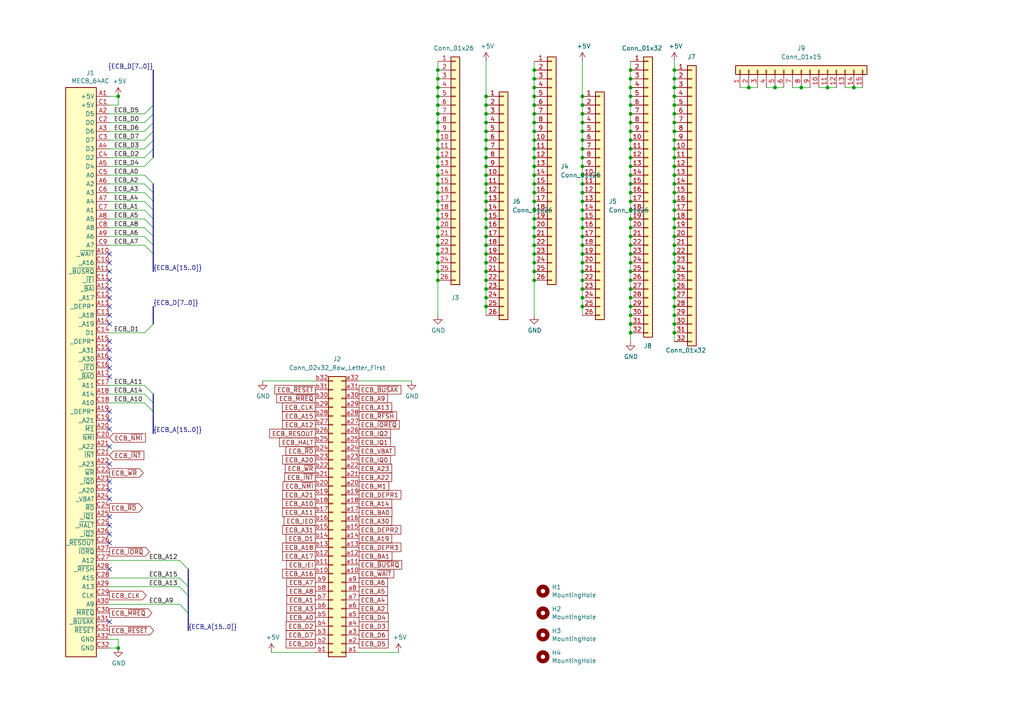
<source format=kicad_sch>
(kicad_sch (version 20230121) (generator eeschema)
  (paper "A4")
  (title_block (title "TLC-PROTO for MECB") (date "2024-03-24") (rev "1.0") (company "TLC Stuff"))
  (lib_symbols
    (symbol "Connector_Generic:Conn_01x15" (pin_names (offset 1.016) hide)
      (property "Reference" "J" (at 0 20.32 0))
      (property "Value" "Conn_01x15" (at 0 -20.32 0))
      (symbol "Conn_01x15_1_1"
        (pin passive line (at -5.08 17.78 0) (length 3.81) (name "Pin_1") (number "1"))
        (pin passive line (at -5.08 -5.08 0) (length 3.81) (name "Pin_10") (number "10"))
        (pin passive line (at -5.08 -7.62 0) (length 3.81) (name "Pin_11") (number "11"))
        (pin passive line (at -5.08 -10.16 0) (length 3.81) (name "Pin_12") (number "12"))
        (pin passive line (at -5.08 -12.7 0) (length 3.81) (name "Pin_13") (number "13"))
        (pin passive line (at -5.08 -15.24 0) (length 3.81) (name "Pin_14") (number "14"))
        (pin passive line (at -5.08 -17.78 0) (length 3.81) (name "Pin_15") (number "15"))
        (pin passive line (at -5.08 15.24 0) (length 3.81) (name "Pin_2") (number "2"))
        (pin passive line (at -5.08 12.7 0) (length 3.81) (name "Pin_3") (number "3"))
        (pin passive line (at -5.08 10.16 0) (length 3.81) (name "Pin_4") (number "4"))
        (pin passive line (at -5.08 7.62 0) (length 3.81) (name "Pin_5") (number "5"))
        (pin passive line (at -5.08 5.08 0) (length 3.81) (name "Pin_6") (number "6"))
        (pin passive line (at -5.08 2.54 0) (length 3.81) (name "Pin_7") (number "7"))
        (pin passive line (at -5.08 0 0) (length 3.81) (name "Pin_8") (number "8"))
        (pin passive line (at -5.08 -2.54 0) (length 3.81) (name "Pin_9") (number "9"))
      )
    )
    (symbol "Connector_Generic:Conn_01x26" (pin_names (offset 1.016) hide)
      (property "Reference" "J" (at 0 33.02 0))
      (property "Value" "Conn_01x26" (at 0 -35.56 0))
      (symbol "Conn_01x26_1_1"
        (pin passive line (at -5.08 30.48 0) (length 3.81) (name "Pin_1") (number "1"))
        (pin passive line (at -5.08 7.62 0) (length 3.81) (name "Pin_10") (number "10"))
        (pin passive line (at -5.08 5.08 0) (length 3.81) (name "Pin_11") (number "11"))
        (pin passive line (at -5.08 2.54 0) (length 3.81) (name "Pin_12") (number "12"))
        (pin passive line (at -5.08 0 0) (length 3.81) (name "Pin_13") (number "13"))
        (pin passive line (at -5.08 -2.54 0) (length 3.81) (name "Pin_14") (number "14"))
        (pin passive line (at -5.08 -5.08 0) (length 3.81) (name "Pin_15") (number "15"))
        (pin passive line (at -5.08 -7.62 0) (length 3.81) (name "Pin_16") (number "16"))
        (pin passive line (at -5.08 -10.16 0) (length 3.81) (name "Pin_17") (number "17"))
        (pin passive line (at -5.08 -12.7 0) (length 3.81) (name "Pin_18") (number "18"))
        (pin passive line (at -5.08 -15.24 0) (length 3.81) (name "Pin_19") (number "19"))
        (pin passive line (at -5.08 27.94 0) (length 3.81) (name "Pin_2") (number "2"))
        (pin passive line (at -5.08 -17.78 0) (length 3.81) (name "Pin_20") (number "20"))
        (pin passive line (at -5.08 -20.32 0) (length 3.81) (name "Pin_21") (number "21"))
        (pin passive line (at -5.08 -22.86 0) (length 3.81) (name "Pin_22") (number "22"))
        (pin passive line (at -5.08 -25.4 0) (length 3.81) (name "Pin_23") (number "23"))
        (pin passive line (at -5.08 -27.94 0) (length 3.81) (name "Pin_24") (number "24"))
        (pin passive line (at -5.08 -30.48 0) (length 3.81) (name "Pin_25") (number "25"))
        (pin passive line (at -5.08 -33.02 0) (length 3.81) (name "Pin_26") (number "26"))
        (pin passive line (at -5.08 25.4 0) (length 3.81) (name "Pin_3") (number "3"))
        (pin passive line (at -5.08 22.86 0) (length 3.81) (name "Pin_4") (number "4"))
        (pin passive line (at -5.08 20.32 0) (length 3.81) (name "Pin_5") (number "5"))
        (pin passive line (at -5.08 17.78 0) (length 3.81) (name "Pin_6") (number "6"))
        (pin passive line (at -5.08 15.24 0) (length 3.81) (name "Pin_7") (number "7"))
        (pin passive line (at -5.08 12.7 0) (length 3.81) (name "Pin_8") (number "8"))
        (pin passive line (at -5.08 10.16 0) (length 3.81) (name "Pin_9") (number "9"))
      )
    )
    (symbol "Connector_Generic:Conn_01x32" (pin_names (offset 1.016) hide)
      (property "Reference" "J" (at 0 40.64 0))
      (property "Value" "Conn_01x32" (at 0 -43.18 0))
      (symbol "Conn_01x32_1_1"
        (pin passive line (at -5.08 38.1 0) (length 3.81) (name "Pin_1") (number "1"))
        (pin passive line (at -5.08 15.24 0) (length 3.81) (name "Pin_10") (number "10"))
        (pin passive line (at -5.08 12.7 0) (length 3.81) (name "Pin_11") (number "11"))
        (pin passive line (at -5.08 10.16 0) (length 3.81) (name "Pin_12") (number "12"))
        (pin passive line (at -5.08 7.62 0) (length 3.81) (name "Pin_13") (number "13"))
        (pin passive line (at -5.08 5.08 0) (length 3.81) (name "Pin_14") (number "14"))
        (pin passive line (at -5.08 2.54 0) (length 3.81) (name "Pin_15") (number "15"))
        (pin passive line (at -5.08 0 0) (length 3.81) (name "Pin_16") (number "16"))
        (pin passive line (at -5.08 -2.54 0) (length 3.81) (name "Pin_17") (number "17"))
        (pin passive line (at -5.08 -5.08 0) (length 3.81) (name "Pin_18") (number "18"))
        (pin passive line (at -5.08 -7.62 0) (length 3.81) (name "Pin_19") (number "19"))
        (pin passive line (at -5.08 35.56 0) (length 3.81) (name "Pin_2") (number "2"))
        (pin passive line (at -5.08 -10.16 0) (length 3.81) (name "Pin_20") (number "20"))
        (pin passive line (at -5.08 -12.7 0) (length 3.81) (name "Pin_21") (number "21"))
        (pin passive line (at -5.08 -15.24 0) (length 3.81) (name "Pin_22") (number "22"))
        (pin passive line (at -5.08 -17.78 0) (length 3.81) (name "Pin_23") (number "23"))
        (pin passive line (at -5.08 -20.32 0) (length 3.81) (name "Pin_24") (number "24"))
        (pin passive line (at -5.08 -22.86 0) (length 3.81) (name "Pin_25") (number "25"))
        (pin passive line (at -5.08 -25.4 0) (length 3.81) (name "Pin_26") (number "26"))
        (pin passive line (at -5.08 -27.94 0) (length 3.81) (name "Pin_27") (number "27"))
        (pin passive line (at -5.08 -30.48 0) (length 3.81) (name "Pin_28") (number "28"))
        (pin passive line (at -5.08 -33.02 0) (length 3.81) (name "Pin_29") (number "29"))
        (pin passive line (at -5.08 33.02 0) (length 3.81) (name "Pin_3") (number "3"))
        (pin passive line (at -5.08 -35.56 0) (length 3.81) (name "Pin_30") (number "30"))
        (pin passive line (at -5.08 -38.1 0) (length 3.81) (name "Pin_31") (number "31"))
        (pin passive line (at -5.08 -40.64 0) (length 3.81) (name "Pin_32") (number "32"))
        (pin passive line (at -5.08 30.48 0) (length 3.81) (name "Pin_4") (number "4"))
        (pin passive line (at -5.08 27.94 0) (length 3.81) (name "Pin_5") (number "5"))
        (pin passive line (at -5.08 25.4 0) (length 3.81) (name "Pin_6") (number "6"))
        (pin passive line (at -5.08 22.86 0) (length 3.81) (name "Pin_7") (number "7"))
        (pin passive line (at -5.08 20.32 0) (length 3.81) (name "Pin_8") (number "8"))
        (pin passive line (at -5.08 17.78 0) (length 3.81) (name "Pin_9") (number "9"))
      )
    )
    (symbol "Connector_Generic:Conn_02x32_Row_Letter_First" (pin_names (offset 1.016) hide)
      (property "Reference" "J" (at 1.27 40.64 0))
      (property "Value" "Conn_02x32_Row_Letter_First" (at 1.27 -43.18 0))
      (symbol "Conn_02x32_Row_Letter_First_1_1"
        (pin passive line (at -5.08 38.1 0) (length 3.81) (name "Pin_a1") (number "a1"))
        (pin passive line (at -5.08 15.24 0) (length 3.81) (name "Pin_a10") (number "a10"))
        (pin passive line (at -5.08 12.7 0) (length 3.81) (name "Pin_a11") (number "a11"))
        (pin passive line (at -5.08 10.16 0) (length 3.81) (name "Pin_a12") (number "a12"))
        (pin passive line (at -5.08 7.62 0) (length 3.81) (name "Pin_a13") (number "a13"))
        (pin passive line (at -5.08 5.08 0) (length 3.81) (name "Pin_a14") (number "a14"))
        (pin passive line (at -5.08 2.54 0) (length 3.81) (name "Pin_a15") (number "a15"))
        (pin passive line (at -5.08 0 0) (length 3.81) (name "Pin_a16") (number "a16"))
        (pin passive line (at -5.08 -2.54 0) (length 3.81) (name "Pin_a17") (number "a17"))
        (pin passive line (at -5.08 -5.08 0) (length 3.81) (name "Pin_a18") (number "a18"))
        (pin passive line (at -5.08 -7.62 0) (length 3.81) (name "Pin_a19") (number "a19"))
        (pin passive line (at -5.08 35.56 0) (length 3.81) (name "Pin_a2") (number "a2"))
        (pin passive line (at -5.08 -10.16 0) (length 3.81) (name "Pin_a20") (number "a20"))
        (pin passive line (at -5.08 -12.7 0) (length 3.81) (name "Pin_a21") (number "a21"))
        (pin passive line (at -5.08 -15.24 0) (length 3.81) (name "Pin_a22") (number "a22"))
        (pin passive line (at -5.08 -17.78 0) (length 3.81) (name "Pin_a23") (number "a23"))
        (pin passive line (at -5.08 -20.32 0) (length 3.81) (name "Pin_a24") (number "a24"))
        (pin passive line (at -5.08 -22.86 0) (length 3.81) (name "Pin_a25") (number "a25"))
        (pin passive line (at -5.08 -25.4 0) (length 3.81) (name "Pin_a26") (number "a26"))
        (pin passive line (at -5.08 -27.94 0) (length 3.81) (name "Pin_a27") (number "a27"))
        (pin passive line (at -5.08 -30.48 0) (length 3.81) (name "Pin_a28") (number "a28"))
        (pin passive line (at -5.08 -33.02 0) (length 3.81) (name "Pin_a29") (number "a29"))
        (pin passive line (at -5.08 33.02 0) (length 3.81) (name "Pin_a3") (number "a3"))
        (pin passive line (at -5.08 -35.56 0) (length 3.81) (name "Pin_a30") (number "a30"))
        (pin passive line (at -5.08 -38.1 0) (length 3.81) (name "Pin_a31") (number "a31"))
        (pin passive line (at -5.08 -40.64 0) (length 3.81) (name "Pin_a32") (number "a32"))
        (pin passive line (at -5.08 30.48 0) (length 3.81) (name "Pin_a4") (number "a4"))
        (pin passive line (at -5.08 27.94 0) (length 3.81) (name "Pin_a5") (number "a5"))
        (pin passive line (at -5.08 25.4 0) (length 3.81) (name "Pin_a6") (number "a6"))
        (pin passive line (at -5.08 22.86 0) (length 3.81) (name "Pin_a7") (number "a7"))
        (pin passive line (at -5.08 20.32 0) (length 3.81) (name "Pin_a8") (number "a8"))
        (pin passive line (at -5.08 17.78 0) (length 3.81) (name "Pin_a9") (number "a9"))
        (pin passive line (at 7.62 38.1 180) (length 3.81) (name "Pin_b1") (number "b1"))
        (pin passive line (at 7.62 15.24 180) (length 3.81) (name "Pin_b10") (number "b10"))
        (pin passive line (at 7.62 12.7 180) (length 3.81) (name "Pin_b11") (number "b11"))
        (pin passive line (at 7.62 10.16 180) (length 3.81) (name "Pin_b12") (number "b12"))
        (pin passive line (at 7.62 7.62 180) (length 3.81) (name "Pin_b13") (number "b13"))
        (pin passive line (at 7.62 5.08 180) (length 3.81) (name "Pin_b14") (number "b14"))
        (pin passive line (at 7.62 2.54 180) (length 3.81) (name "Pin_b15") (number "b15"))
        (pin passive line (at 7.62 0 180) (length 3.81) (name "Pin_b16") (number "b16"))
        (pin passive line (at 7.62 -2.54 180) (length 3.81) (name "Pin_b17") (number "b17"))
        (pin passive line (at 7.62 -5.08 180) (length 3.81) (name "Pin_b18") (number "b18"))
        (pin passive line (at 7.62 -7.62 180) (length 3.81) (name "Pin_b19") (number "b19"))
        (pin passive line (at 7.62 35.56 180) (length 3.81) (name "Pin_b2") (number "b2"))
        (pin passive line (at 7.62 -10.16 180) (length 3.81) (name "Pin_b20") (number "b20"))
        (pin passive line (at 7.62 -12.7 180) (length 3.81) (name "Pin_b21") (number "b21"))
        (pin passive line (at 7.62 -15.24 180) (length 3.81) (name "Pin_b22") (number "b22"))
        (pin passive line (at 7.62 -17.78 180) (length 3.81) (name "Pin_b23") (number "b23"))
        (pin passive line (at 7.62 -20.32 180) (length 3.81) (name "Pin_b24") (number "b24"))
        (pin passive line (at 7.62 -22.86 180) (length 3.81) (name "Pin_b25") (number "b25"))
        (pin passive line (at 7.62 -25.4 180) (length 3.81) (name "Pin_b26") (number "b26"))
        (pin passive line (at 7.62 -27.94 180) (length 3.81) (name "Pin_b27") (number "b27"))
        (pin passive line (at 7.62 -30.48 180) (length 3.81) (name "Pin_b28") (number "b28"))
        (pin passive line (at 7.62 -33.02 180) (length 3.81) (name "Pin_b29") (number "b29"))
        (pin passive line (at 7.62 33.02 180) (length 3.81) (name "Pin_b3") (number "b3"))
        (pin passive line (at 7.62 -35.56 180) (length 3.81) (name "Pin_b30") (number "b30"))
        (pin passive line (at 7.62 -38.1 180) (length 3.81) (name "Pin_b31") (number "b31"))
        (pin passive line (at 7.62 -40.64 180) (length 3.81) (name "Pin_b32") (number "b32"))
        (pin passive line (at 7.62 30.48 180) (length 3.81) (name "Pin_b4") (number "b4"))
        (pin passive line (at 7.62 27.94 180) (length 3.81) (name "Pin_b5") (number "b5"))
        (pin passive line (at 7.62 25.4 180) (length 3.81) (name "Pin_b6") (number "b6"))
        (pin passive line (at 7.62 22.86 180) (length 3.81) (name "Pin_b7") (number "b7"))
        (pin passive line (at 7.62 20.32 180) (length 3.81) (name "Pin_b8") (number "b8"))
        (pin passive line (at 7.62 17.78 180) (length 3.81) (name "Pin_b9") (number "b9"))
      )
    )
    (symbol "Mechanical:MountingHole" (pin_names (offset 1.016))
      (property "Reference" "H" (at 0 5.08 0))
      (property "Value" "MountingHole" (at 0 3.175 0))
    )
    (symbol "MyCustomSymbolLibrary:MECB_64AC"
      (property "Reference" "J" (at 0 85.09 0))
      (property "Value" "MECB_64AC" (at 6.35 1.27 90))
      (symbol "MECB_64AC_1_1"
        (pin power_out line (at -7.62 81.28 0) (length 3.81) (name "+5V") (number "A1"))
        (pin passive line (at -7.62 35.56 0) (length 3.81) (name "_~{WAIT}") (number "A10"))
        (pin passive line (at -7.62 30.48 0) (length 3.81) (name "_~{BUSRQ}") (number "A11"))
        (pin passive line (at -7.62 25.4 0) (length 3.81) (name "_~{BAI}") (number "A12"))
        (pin passive line (at -7.62 20.32 0) (length 3.81) (name "_DEPR*") (number "A13"))
        (pin passive line (at -7.62 15.24 0) (length 3.81) (name "_A19") (number "A14"))
        (pin passive line (at -7.62 10.16 0) (length 3.81) (name "_DEPR*") (number "A15"))
        (pin passive line (at -7.62 5.08 0) (length 3.81) (name "_A30") (number "A16"))
        (pin passive line (at -7.62 0 0) (length 3.81) (name "_~{BAO}") (number "A17"))
        (pin passive line (at -7.62 -5.08 0) (length 3.81) (name "A14") (number "A18"))
        (pin passive line (at -7.62 -10.16 0) (length 3.81) (name "_DEPR*") (number "A19"))
        (pin bidirectional line (at -7.62 76.2 0) (length 3.81) (name "D5") (number "A2"))
        (pin passive line (at -7.62 -15.24 0) (length 3.81) (name "~{M1}") (number "A20"))
        (pin passive line (at -7.62 -20.32 0) (length 3.81) (name "_A22") (number "A21"))
        (pin passive line (at -7.62 -25.4 0) (length 3.81) (name "_A23") (number "A22"))
        (pin passive line (at -7.62 -30.48 0) (length 3.81) (name "_~{IQ0}") (number "A23"))
        (pin passive line (at -7.62 -35.56 0) (length 3.81) (name "_VBAT") (number "A24"))
        (pin passive line (at -7.62 -40.64 0) (length 3.81) (name "_~{IQ1}") (number "A25"))
        (pin passive line (at -7.62 -45.72 0) (length 3.81) (name "_~{IQ2}") (number "A26"))
        (pin passive line (at -7.62 -50.8 0) (length 3.81) (name "~{IORQ}") (number "A27"))
        (pin passive line (at -7.62 -55.88 0) (length 3.81) (name "_~{RFSH}") (number "A28"))
        (pin passive line (at -7.62 -60.96 0) (length 3.81) (name "A13") (number "A29"))
        (pin bidirectional line (at -7.62 71.12 0) (length 3.81) (name "D6") (number "A3"))
        (pin passive line (at -7.62 -66.04 0) (length 3.81) (name "A9") (number "A30"))
        (pin passive line (at -7.62 -71.12 0) (length 3.81) (name "_~{BUSAK}") (number "A31"))
        (pin power_out line (at -7.62 -76.2 0) (length 3.81) (name "GND") (number "A32"))
        (pin bidirectional line (at -7.62 66.04 0) (length 3.81) (name "D3") (number "A4"))
        (pin bidirectional line (at -7.62 60.96 0) (length 3.81) (name "D4") (number "A5"))
        (pin passive line (at -7.62 55.88 0) (length 3.81) (name "A2") (number "A6"))
        (pin passive line (at -7.62 50.8 0) (length 3.81) (name "A4") (number "A7"))
        (pin passive line (at -7.62 45.72 0) (length 3.81) (name "A5") (number "A8"))
        (pin passive line (at -7.62 40.64 0) (length 3.81) (name "A6") (number "A9"))
        (pin power_out line (at -7.62 78.74 0) (length 3.81) (name "+5V") (number "C1"))
        (pin passive line (at -7.62 33.02 0) (length 3.81) (name "_A16") (number "C10"))
        (pin passive line (at -7.62 27.94 0) (length 3.81) (name "_~{IEI}") (number "C11"))
        (pin passive line (at -7.62 22.86 0) (length 3.81) (name "_A17") (number "C12"))
        (pin passive line (at -7.62 17.78 0) (length 3.81) (name "_A18") (number "C13"))
        (pin bidirectional line (at -7.62 12.7 0) (length 3.81) (name "D1") (number "C14"))
        (pin passive line (at -7.62 7.62 0) (length 3.81) (name "_A31") (number "C15"))
        (pin passive line (at -7.62 2.54 0) (length 3.81) (name "_~{IEO}") (number "C16"))
        (pin passive line (at -7.62 -2.54 0) (length 3.81) (name "A11") (number "C17"))
        (pin passive line (at -7.62 -7.62 0) (length 3.81) (name "A10") (number "C18"))
        (pin passive line (at -7.62 -12.7 0) (length 3.81) (name "_A21") (number "C19"))
        (pin bidirectional line (at -7.62 73.66 0) (length 3.81) (name "D0") (number "C2"))
        (pin passive line (at -7.62 -17.78 0) (length 3.81) (name "~{NMI}") (number "C20"))
        (pin passive line (at -7.62 -22.86 0) (length 3.81) (name "~{INT}") (number "C21"))
        (pin passive line (at -7.62 -27.94 0) (length 3.81) (name "~{WR}") (number "C22"))
        (pin passive line (at -7.62 -33.02 0) (length 3.81) (name "_A20") (number "C23"))
        (pin passive line (at -7.62 -38.1 0) (length 3.81) (name "~{RD}") (number "C24"))
        (pin passive line (at -7.62 -43.18 0) (length 3.81) (name "_~{HALT}") (number "C25"))
        (pin passive line (at -7.62 -48.26 0) (length 3.81) (name "_~{RESOUT}") (number "C26"))
        (pin passive line (at -7.62 -53.34 0) (length 3.81) (name "A12") (number "C27"))
        (pin passive line (at -7.62 -58.42 0) (length 3.81) (name "A15") (number "C28"))
        (pin passive line (at -7.62 -63.5 0) (length 3.81) (name "CLK") (number "C29"))
        (pin bidirectional line (at -7.62 68.58 0) (length 3.81) (name "D7") (number "C3"))
        (pin passive line (at -7.62 -68.58 0) (length 3.81) (name "~{MREQ}") (number "C30"))
        (pin passive line (at -7.62 -73.66 0) (length 3.81) (name "~{RESET}") (number "C31"))
        (pin power_out line (at -7.62 -78.74 0) (length 3.81) (name "GND") (number "C32"))
        (pin bidirectional line (at -7.62 63.5 0) (length 3.81) (name "D2") (number "C4"))
        (pin passive line (at -7.62 58.42 0) (length 3.81) (name "A0") (number "C5"))
        (pin passive line (at -7.62 53.34 0) (length 3.81) (name "A3") (number "C6"))
        (pin passive line (at -7.62 48.26 0) (length 3.81) (name "A1") (number "C7"))
        (pin passive line (at -7.62 43.18 0) (length 3.81) (name "A8") (number "C8"))
        (pin passive line (at -7.62 38.1 0) (length 3.81) (name "A7") (number "C9"))
      )
    )
    (symbol "power:+5V" (power) (pin_names (offset 0))
      (property "Value" "+5V" (at 0 3.556 0))
      (symbol "+5V_1_1"
        (pin power_in line (at 0 0 90) (length 0) hide (name "+5V") (number "1"))
      )
    )
    (symbol "power:GND" (power) (pin_names (offset 0))
      (property "Value" "GND" (at 0 -3.81 0))
      (symbol "GND_1_1"
        (pin power_in line (at 0 0 270) (length 0) hide (name "GND") (number "1"))
      )
    )
  )
  (junction (at 195.58 76.2))
  (junction (at 127 76.2))
  (junction (at 224.79 25.4))
  (junction (at 127 68.58))
  (junction (at 168.91 45.72))
  (junction (at 182.88 96.52))
  (junction (at 182.88 25.4))
  (junction (at 154.94 43.18))
  (junction (at 168.91 30.48))
  (junction (at 140.97 50.8))
  (junction (at 154.94 20.32))
  (junction (at 140.97 43.18))
  (junction (at 168.91 38.1))
  (junction (at 195.58 33.02))
  (junction (at 182.88 43.18))
  (junction (at 154.94 45.72))
  (junction (at 127 20.32))
  (junction (at 195.58 25.4))
  (junction (at 182.88 20.32))
  (junction (at 154.94 71.12))
  (junction (at 195.58 88.9))
  (junction (at 195.58 22.86))
  (junction (at 182.88 35.56))
  (junction (at 182.88 91.44))
  (junction (at 168.91 40.64))
  (junction (at 154.94 58.42))
  (junction (at 182.88 22.86))
  (junction (at 195.58 55.88))
  (junction (at 140.97 60.96))
  (junction (at 127 53.34))
  (junction (at 154.94 76.2))
  (junction (at 168.91 43.18))
  (junction (at 182.88 86.36))
  (junction (at 140.97 88.9))
  (junction (at 154.94 63.5))
  (junction (at 247.65 25.4))
  (junction (at 154.94 81.28))
  (junction (at 182.88 71.12))
  (junction (at 182.88 66.04))
  (junction (at 168.91 27.94))
  (junction (at 195.58 50.8))
  (junction (at 154.94 27.94))
  (junction (at 195.58 58.42))
  (junction (at 34.29 187.96))
  (junction (at 127 55.88))
  (junction (at 127 35.56))
  (junction (at 140.97 83.82))
  (junction (at 127 30.48))
  (junction (at 154.94 50.8))
  (junction (at 168.91 78.74))
  (junction (at 195.58 86.36))
  (junction (at 195.58 30.48))
  (junction (at 168.91 68.58))
  (junction (at 127 58.42))
  (junction (at 168.91 73.66))
  (junction (at 140.97 68.58))
  (junction (at 154.94 38.1))
  (junction (at 127 48.26))
  (junction (at 195.58 35.56))
  (junction (at 127 71.12))
  (junction (at 195.58 71.12))
  (junction (at 168.91 50.8))
  (junction (at 140.97 48.26))
  (junction (at 182.88 63.5))
  (junction (at 182.88 48.26))
  (junction (at 140.97 76.2))
  (junction (at 182.88 60.96))
  (junction (at 154.94 25.4))
  (junction (at 168.91 48.26))
  (junction (at 168.91 55.88))
  (junction (at 154.94 55.88))
  (junction (at 195.58 38.1))
  (junction (at 140.97 73.66))
  (junction (at 195.58 53.34))
  (junction (at 168.91 86.36))
  (junction (at 182.88 38.1))
  (junction (at 154.94 35.56))
  (junction (at 195.58 81.28))
  (junction (at 168.91 71.12))
  (junction (at 127 45.72))
  (junction (at 195.58 45.72))
  (junction (at 140.97 35.56))
  (junction (at 140.97 58.42))
  (junction (at 182.88 78.74))
  (junction (at 195.58 73.66))
  (junction (at 140.97 71.12))
  (junction (at 168.91 81.28))
  (junction (at 168.91 63.5))
  (junction (at 182.88 27.94))
  (junction (at 168.91 88.9))
  (junction (at 195.58 43.18))
  (junction (at 195.58 78.74))
  (junction (at 195.58 66.04))
  (junction (at 140.97 86.36))
  (junction (at 154.94 60.96))
  (junction (at 182.88 83.82))
  (junction (at 154.94 73.66))
  (junction (at 127 60.96))
  (junction (at 195.58 60.96))
  (junction (at 140.97 81.28))
  (junction (at 168.91 83.82))
  (junction (at 195.58 91.44))
  (junction (at 140.97 30.48))
  (junction (at 140.97 40.64))
  (junction (at 182.88 88.9))
  (junction (at 140.97 38.1))
  (junction (at 140.97 63.5))
  (junction (at 182.88 45.72))
  (junction (at 195.58 96.52))
  (junction (at 154.94 40.64))
  (junction (at 168.91 53.34))
  (junction (at 168.91 76.2))
  (junction (at 154.94 53.34))
  (junction (at 127 38.1))
  (junction (at 182.88 30.48))
  (junction (at 195.58 68.58))
  (junction (at 127 50.8))
  (junction (at 195.58 48.26))
  (junction (at 140.97 27.94))
  (junction (at 182.88 76.2))
  (junction (at 182.88 53.34))
  (junction (at 127 73.66))
  (junction (at 127 81.28))
  (junction (at 182.88 68.58))
  (junction (at 195.58 40.64))
  (junction (at 182.88 55.88))
  (junction (at 240.03 25.4))
  (junction (at 127 63.5))
  (junction (at 182.88 50.8))
  (junction (at 140.97 55.88))
  (junction (at 140.97 66.04))
  (junction (at 182.88 40.64))
  (junction (at 168.91 33.02))
  (junction (at 182.88 93.98))
  (junction (at 168.91 60.96))
  (junction (at 168.91 66.04))
  (junction (at 217.17 25.4))
  (junction (at 168.91 58.42))
  (junction (at 140.97 78.74))
  (junction (at 154.94 78.74))
  (junction (at 127 43.18))
  (junction (at 195.58 93.98))
  (junction (at 182.88 33.02))
  (junction (at 127 40.64))
  (junction (at 154.94 48.26))
  (junction (at 154.94 68.58))
  (junction (at 182.88 73.66))
  (junction (at 195.58 63.5))
  (junction (at 140.97 33.02))
  (junction (at 127 66.04))
  (junction (at 195.58 20.32))
  (junction (at 195.58 27.94))
  (junction (at 127 25.4))
  (junction (at 232.41 25.4))
  (junction (at 127 22.86))
  (junction (at 154.94 22.86))
  (junction (at 140.97 45.72))
  (junction (at 154.94 66.04))
  (junction (at 34.29 27.94))
  (junction (at 195.58 83.82))
  (junction (at 182.88 58.42))
  (junction (at 127 27.94))
  (junction (at 182.88 81.28))
  (junction (at 140.97 53.34))
  (junction (at 154.94 33.02))
  (junction (at 127 78.74))
  (junction (at 127 33.02))
  (junction (at 154.94 30.48))
  (junction (at 168.91 35.56))
  (no_connect (at 31.75 93.98))
  (no_connect (at 31.75 78.74))
  (no_connect (at 31.75 88.9))
  (no_connect (at 31.75 165.1))
  (no_connect (at 31.75 180.34))
  (no_connect (at 31.75 73.66))
  (no_connect (at 31.75 86.36))
  (no_connect (at 31.75 139.7))
  (no_connect (at 31.75 124.46))
  (no_connect (at 31.75 83.82))
  (no_connect (at 31.75 134.62))
  (no_connect (at 31.75 152.4))
  (no_connect (at 31.75 76.2))
  (no_connect (at 31.75 109.22))
  (no_connect (at 31.75 101.6))
  (no_connect (at 31.75 121.92))
  (no_connect (at 31.75 154.94))
  (no_connect (at 31.75 149.86))
  (no_connect (at 31.75 104.14))
  (no_connect (at 31.75 157.48))
  (no_connect (at 31.75 91.44))
  (no_connect (at 31.75 106.68))
  (no_connect (at 31.75 119.38))
  (no_connect (at 31.75 144.78))
  (no_connect (at 31.75 142.24))
  (no_connect (at 31.75 99.06))
  (no_connect (at 31.75 81.28))
  (no_connect (at 31.75 129.54))
  (bus_entry (at 44.45 53.34) (size -2.54 -2.54))
  (bus_entry (at 52.07 175.26) (size 2.54 2.54))
  (bus_entry (at 52.07 170.18) (size 2.54 2.54))
  (bus_entry (at 52.07 162.56) (size 2.54 2.54))
  (bus_entry (at 41.91 43.18) (size 2.54 -2.54))
  (bus_entry (at 41.91 38.1) (size 2.54 -2.54))
  (bus_entry (at 44.45 55.88) (size -2.54 -2.54))
  (bus_entry (at 44.45 63.5) (size -2.54 -2.54))
  (bus_entry (at 52.07 167.64) (size 2.54 2.54))
  (bus_entry (at 44.45 68.58) (size -2.54 -2.54))
  (bus_entry (at 41.91 48.26) (size 2.54 -2.54))
  (bus_entry (at 41.91 33.02) (size 2.54 -2.54))
  (bus_entry (at 41.91 116.84) (size 2.54 2.54))
  (bus_entry (at 41.91 111.76) (size 2.54 2.54))
  (bus_entry (at 41.91 96.52) (size 2.54 -2.54))
  (bus_entry (at 44.45 73.66) (size -2.54 -2.54))
  (bus_entry (at 41.91 45.72) (size 2.54 -2.54))
  (bus_entry (at 44.45 66.04) (size -2.54 -2.54))
  (bus_entry (at 41.91 35.56) (size 2.54 -2.54))
  (bus_entry (at 41.91 114.3) (size 2.54 2.54))
  (bus_entry (at 44.45 71.12) (size -2.54 -2.54))
  (bus_entry (at 41.91 40.64) (size 2.54 -2.54))
  (bus_entry (at 44.45 58.42) (size -2.54 -2.54))
  (bus_entry (at 44.45 60.96) (size -2.54 -2.54))
  (wire (pts (xy 182.88 22.86) (xy 182.88 25.4)))
  (wire (pts (xy 168.91 35.56) (xy 168.91 38.1)))
  (wire (pts (xy 168.91 17.78) (xy 168.91 27.94)))
  (wire (pts (xy 31.75 40.64) (xy 41.91 40.64)))
  (wire (pts (xy 182.88 96.52) (xy 182.88 99.06)))
  (wire (pts (xy 127 81.28) (xy 127 91.44)))
  (wire (pts (xy 154.94 55.88) (xy 154.94 58.42)))
  (wire (pts (xy 168.91 58.42) (xy 168.91 60.96)))
  (bus (pts (xy 44.45 20.32) (xy 44.45 30.48)))
  (wire (pts (xy 182.88 27.94) (xy 182.88 30.48)))
  (wire (pts (xy 127 55.88) (xy 127 58.42)))
  (wire (pts (xy 31.75 63.5) (xy 41.91 63.5)))
  (wire (pts (xy 140.97 55.88) (xy 140.97 58.42)))
  (bus (pts (xy 54.61 170.18) (xy 54.61 172.72)))
  (wire (pts (xy 154.94 35.56) (xy 154.94 38.1)))
  (wire (pts (xy 182.88 45.72) (xy 182.88 48.26)))
  (wire (pts (xy 168.91 27.94) (xy 168.91 30.48)))
  (wire (pts (xy 140.97 76.2) (xy 140.97 78.74)))
  (bus (pts (xy 44.45 66.04) (xy 44.45 68.58)))
  (wire (pts (xy 31.75 71.12) (xy 41.91 71.12)))
  (wire (pts (xy 195.58 60.96) (xy 195.58 63.5)))
  (wire (pts (xy 195.58 45.72) (xy 195.58 48.26)))
  (wire (pts (xy 195.58 91.44) (xy 195.58 93.98)))
  (bus (pts (xy 44.45 53.34) (xy 44.45 55.88)))
  (wire (pts (xy 31.75 185.42) (xy 34.29 185.42)))
  (wire (pts (xy 154.94 71.12) (xy 154.94 73.66)))
  (wire (pts (xy 182.88 93.98) (xy 182.88 96.52)))
  (wire (pts (xy 195.58 55.88) (xy 195.58 58.42)))
  (wire (pts (xy 195.58 27.94) (xy 195.58 30.48)))
  (wire (pts (xy 127 60.96) (xy 127 63.5)))
  (wire (pts (xy 140.97 66.04) (xy 140.97 68.58)))
  (wire (pts (xy 195.58 68.58) (xy 195.58 71.12)))
  (wire (pts (xy 127 17.78) (xy 127 20.32)))
  (wire (pts (xy 31.75 116.84) (xy 41.91 116.84)))
  (wire (pts (xy 31.75 53.34) (xy 41.91 53.34)))
  (wire (pts (xy 154.94 73.66) (xy 154.94 76.2)))
  (wire (pts (xy 140.97 63.5) (xy 140.97 66.04)))
  (wire (pts (xy 127 78.74) (xy 127 81.28)))
  (wire (pts (xy 182.88 81.28) (xy 182.88 83.82)))
  (wire (pts (xy 31.75 45.72) (xy 41.91 45.72)))
  (wire (pts (xy 140.97 38.1) (xy 140.97 40.64)))
  (wire (pts (xy 140.97 81.28) (xy 140.97 83.82)))
  (wire (pts (xy 127 76.2) (xy 127 78.74)))
  (wire (pts (xy 182.88 17.78) (xy 182.88 20.32)))
  (wire (pts (xy 195.58 58.42) (xy 195.58 60.96)))
  (wire (pts (xy 168.91 50.8) (xy 168.91 53.34)))
  (wire (pts (xy 195.58 78.74) (xy 195.58 81.28)))
  (wire (pts (xy 154.94 63.5) (xy 154.94 66.04)))
  (wire (pts (xy 168.91 45.72) (xy 168.91 48.26)))
  (wire (pts (xy 154.94 48.26) (xy 154.94 50.8)))
  (wire (pts (xy 195.58 20.32) (xy 195.58 22.86)))
  (wire (pts (xy 168.91 40.64) (xy 168.91 43.18)))
  (wire (pts (xy 31.75 38.1) (xy 41.91 38.1)))
  (wire (pts (xy 104.14 110.49) (xy 119.38 110.49)))
  (wire (pts (xy 31.75 162.56) (xy 52.07 162.56)))
  (wire (pts (xy 31.75 48.26) (xy 41.91 48.26)))
  (wire (pts (xy 31.75 50.8) (xy 41.91 50.8)))
  (bus (pts (xy 44.45 88.9) (xy 44.45 93.98)))
  (wire (pts (xy 154.94 33.02) (xy 154.94 35.56)))
  (wire (pts (xy 195.58 53.34) (xy 195.58 55.88)))
  (wire (pts (xy 127 30.48) (xy 127 33.02)))
  (wire (pts (xy 168.91 55.88) (xy 168.91 58.42)))
  (wire (pts (xy 168.91 88.9) (xy 168.91 91.44)))
  (bus (pts (xy 44.45 43.18) (xy 44.45 45.72)))
  (wire (pts (xy 229.87 25.4) (xy 232.41 25.4)))
  (wire (pts (xy 168.91 78.74) (xy 168.91 81.28)))
  (wire (pts (xy 127 71.12) (xy 127 73.66)))
  (wire (pts (xy 76.2 110.49) (xy 91.44 110.49)))
  (wire (pts (xy 154.94 66.04) (xy 154.94 68.58)))
  (wire (pts (xy 195.58 30.48) (xy 195.58 33.02)))
  (wire (pts (xy 31.75 33.02) (xy 41.91 33.02)))
  (wire (pts (xy 31.75 43.18) (xy 41.91 43.18)))
  (wire (pts (xy 31.75 60.96) (xy 41.91 60.96)))
  (wire (pts (xy 31.75 58.42) (xy 41.91 58.42)))
  (bus (pts (xy 54.61 172.72) (xy 54.61 177.8)))
  (wire (pts (xy 31.75 167.64) (xy 52.07 167.64)))
  (bus (pts (xy 44.45 55.88) (xy 44.45 58.42)))
  (wire (pts (xy 168.91 38.1) (xy 168.91 40.64)))
  (wire (pts (xy 140.97 58.42) (xy 140.97 60.96)))
  (wire (pts (xy 168.91 76.2) (xy 168.91 78.74)))
  (wire (pts (xy 154.94 27.94) (xy 154.94 30.48)))
  (bus (pts (xy 44.45 68.58) (xy 44.45 71.12)))
  (wire (pts (xy 140.97 33.02) (xy 140.97 35.56)))
  (wire (pts (xy 31.75 55.88) (xy 41.91 55.88)))
  (wire (pts (xy 31.75 111.76) (xy 41.91 111.76)))
  (wire (pts (xy 168.91 66.04) (xy 168.91 68.58)))
  (wire (pts (xy 195.58 96.52) (xy 195.58 99.06)))
  (wire (pts (xy 195.58 35.56) (xy 195.58 38.1)))
  (wire (pts (xy 140.97 71.12) (xy 140.97 73.66)))
  (wire (pts (xy 31.75 114.3) (xy 41.91 114.3)))
  (wire (pts (xy 168.91 60.96) (xy 168.91 63.5)))
  (wire (pts (xy 140.97 83.82) (xy 140.97 86.36)))
  (wire (pts (xy 182.88 58.42) (xy 182.88 60.96)))
  (wire (pts (xy 182.88 55.88) (xy 182.88 58.42)))
  (wire (pts (xy 154.94 53.34) (xy 154.94 55.88)))
  (wire (pts (xy 127 35.56) (xy 127 38.1)))
  (wire (pts (xy 31.75 68.58) (xy 41.91 68.58)))
  (wire (pts (xy 154.94 17.78) (xy 154.94 20.32)))
  (wire (pts (xy 154.94 76.2) (xy 154.94 78.74)))
  (wire (pts (xy 140.97 68.58) (xy 140.97 71.12)))
  (wire (pts (xy 182.88 86.36) (xy 182.88 88.9)))
  (wire (pts (xy 195.58 71.12) (xy 195.58 73.66)))
  (wire (pts (xy 140.97 48.26) (xy 140.97 50.8)))
  (wire (pts (xy 222.25 25.4) (xy 224.79 25.4)))
  (wire (pts (xy 168.91 53.34) (xy 168.91 55.88)))
  (wire (pts (xy 195.58 38.1) (xy 195.58 40.64)))
  (wire (pts (xy 104.14 189.23) (xy 115.57 189.23)))
  (wire (pts (xy 127 50.8) (xy 127 53.34)))
  (wire (pts (xy 182.88 43.18) (xy 182.88 45.72)))
  (wire (pts (xy 195.58 83.82) (xy 195.58 86.36)))
  (bus (pts (xy 44.45 71.12) (xy 44.45 73.66)))
  (wire (pts (xy 224.79 25.4) (xy 227.33 25.4)))
  (wire (pts (xy 168.91 63.5) (xy 168.91 66.04)))
  (wire (pts (xy 154.94 58.42) (xy 154.94 60.96)))
  (bus (pts (xy 44.45 116.84) (xy 44.45 119.38)))
  (wire (pts (xy 182.88 25.4) (xy 182.88 27.94)))
  (wire (pts (xy 140.97 78.74) (xy 140.97 81.28)))
  (wire (pts (xy 31.75 35.56) (xy 41.91 35.56)))
  (bus (pts (xy 54.61 165.1) (xy 54.61 170.18)))
  (wire (pts (xy 127 27.94) (xy 127 30.48)))
  (wire (pts (xy 140.97 27.94) (xy 140.97 30.48)))
  (wire (pts (xy 154.94 78.74) (xy 154.94 81.28)))
  (wire (pts (xy 195.58 66.04) (xy 195.58 68.58)))
  (wire (pts (xy 127 53.34) (xy 127 55.88)))
  (wire (pts (xy 168.91 83.82) (xy 168.91 86.36)))
  (wire (pts (xy 127 20.32) (xy 127 22.86)))
  (wire (pts (xy 154.94 81.28) (xy 154.94 91.44)))
  (wire (pts (xy 195.58 81.28) (xy 195.58 83.82)))
  (wire (pts (xy 31.75 96.52) (xy 41.91 96.52)))
  (wire (pts (xy 182.88 20.32) (xy 182.88 22.86)))
  (bus (pts (xy 54.61 177.8) (xy 54.61 182.88)))
  (wire (pts (xy 154.94 40.64) (xy 154.94 43.18)))
  (wire (pts (xy 182.88 48.26) (xy 182.88 50.8)))
  (wire (pts (xy 127 33.02) (xy 127 35.56)))
  (wire (pts (xy 168.91 71.12) (xy 168.91 73.66)))
  (bus (pts (xy 44.45 38.1) (xy 44.45 40.64)))
  (bus (pts (xy 44.45 40.64) (xy 44.45 43.18)))
  (wire (pts (xy 182.88 40.64) (xy 182.88 43.18)))
  (wire (pts (xy 127 68.58) (xy 127 71.12)))
  (wire (pts (xy 182.88 66.04) (xy 182.88 68.58)))
  (wire (pts (xy 140.97 30.48) (xy 140.97 33.02)))
  (wire (pts (xy 168.91 33.02) (xy 168.91 35.56)))
  (wire (pts (xy 195.58 33.02) (xy 195.58 35.56)))
  (wire (pts (xy 34.29 30.48) (xy 34.29 27.94)))
  (wire (pts (xy 182.88 78.74) (xy 182.88 81.28)))
  (wire (pts (xy 31.75 30.48) (xy 34.29 30.48)))
  (wire (pts (xy 168.91 73.66) (xy 168.91 76.2)))
  (wire (pts (xy 31.75 170.18) (xy 52.07 170.18)))
  (wire (pts (xy 140.97 86.36) (xy 140.97 88.9)))
  (wire (pts (xy 182.88 30.48) (xy 182.88 33.02)))
  (wire (pts (xy 127 22.86) (xy 127 25.4)))
  (wire (pts (xy 140.97 17.78) (xy 140.97 27.94)))
  (wire (pts (xy 195.58 73.66) (xy 195.58 76.2)))
  (wire (pts (xy 154.94 60.96) (xy 154.94 63.5)))
  (wire (pts (xy 154.94 30.48) (xy 154.94 33.02)))
  (wire (pts (xy 182.88 60.96) (xy 182.88 63.5)))
  (wire (pts (xy 182.88 76.2) (xy 182.88 78.74)))
  (wire (pts (xy 217.17 25.4) (xy 219.71 25.4)))
  (wire (pts (xy 127 38.1) (xy 127 40.64)))
  (wire (pts (xy 127 25.4) (xy 127 27.94)))
  (wire (pts (xy 195.58 40.64) (xy 195.58 43.18)))
  (bus (pts (xy 44.45 119.38) (xy 44.45 125.73)))
  (wire (pts (xy 127 45.72) (xy 127 48.26)))
  (wire (pts (xy 127 48.26) (xy 127 50.8)))
  (wire (pts (xy 34.29 185.42) (xy 34.29 187.96)))
  (wire (pts (xy 247.65 25.4) (xy 250.19 25.4)))
  (wire (pts (xy 154.94 25.4) (xy 154.94 27.94)))
  (wire (pts (xy 182.88 83.82) (xy 182.88 86.36)))
  (wire (pts (xy 127 63.5) (xy 127 66.04)))
  (wire (pts (xy 140.97 40.64) (xy 140.97 43.18)))
  (wire (pts (xy 154.94 20.32) (xy 154.94 22.86)))
  (wire (pts (xy 127 66.04) (xy 127 68.58)))
  (wire (pts (xy 168.91 30.48) (xy 168.91 33.02)))
  (wire (pts (xy 182.88 63.5) (xy 182.88 66.04)))
  (wire (pts (xy 140.97 35.56) (xy 140.97 38.1)))
  (wire (pts (xy 168.91 81.28) (xy 168.91 83.82)))
  (wire (pts (xy 127 73.66) (xy 127 76.2)))
  (wire (pts (xy 182.88 88.9) (xy 182.88 91.44)))
  (wire (pts (xy 31.75 187.96) (xy 34.29 187.96)))
  (wire (pts (xy 195.58 50.8) (xy 195.58 53.34)))
  (bus (pts (xy 44.45 73.66) (xy 44.45 78.74)))
  (wire (pts (xy 140.97 60.96) (xy 140.97 63.5)))
  (wire (pts (xy 182.88 71.12) (xy 182.88 73.66)))
  (wire (pts (xy 154.94 45.72) (xy 154.94 48.26)))
  (bus (pts (xy 44.45 33.02) (xy 44.45 35.56)))
  (wire (pts (xy 195.58 63.5) (xy 195.58 66.04)))
  (wire (pts (xy 195.58 43.18) (xy 195.58 45.72)))
  (wire (pts (xy 140.97 50.8) (xy 140.97 53.34)))
  (wire (pts (xy 140.97 43.18) (xy 140.97 45.72)))
  (wire (pts (xy 168.91 48.26) (xy 168.91 50.8)))
  (wire (pts (xy 154.94 38.1) (xy 154.94 40.64)))
  (wire (pts (xy 195.58 86.36) (xy 195.58 88.9)))
  (wire (pts (xy 195.58 22.86) (xy 195.58 25.4)))
  (wire (pts (xy 182.88 53.34) (xy 182.88 55.88)))
  (wire (pts (xy 168.91 43.18) (xy 168.91 45.72)))
  (wire (pts (xy 195.58 25.4) (xy 195.58 27.94)))
  (bus (pts (xy 44.45 58.42) (xy 44.45 60.96)))
  (wire (pts (xy 154.94 22.86) (xy 154.94 25.4)))
  (wire (pts (xy 182.88 35.56) (xy 182.88 38.1)))
  (wire (pts (xy 140.97 73.66) (xy 140.97 76.2)))
  (wire (pts (xy 214.63 25.4) (xy 217.17 25.4)))
  (wire (pts (xy 240.03 25.4) (xy 242.57 25.4)))
  (wire (pts (xy 154.94 68.58) (xy 154.94 71.12)))
  (wire (pts (xy 195.58 17.78) (xy 195.58 20.32)))
  (wire (pts (xy 195.58 76.2) (xy 195.58 78.74)))
  (wire (pts (xy 195.58 93.98) (xy 195.58 96.52)))
  (bus (pts (xy 44.45 114.3) (xy 44.45 116.84)))
  (wire (pts (xy 182.88 38.1) (xy 182.88 40.64)))
  (wire (pts (xy 127 40.64) (xy 127 43.18)))
  (bus (pts (xy 44.45 63.5) (xy 44.45 66.04)))
  (wire (pts (xy 182.88 91.44) (xy 182.88 93.98)))
  (wire (pts (xy 154.94 50.8) (xy 154.94 53.34)))
  (bus (pts (xy 44.45 35.56) (xy 44.45 38.1)))
  (wire (pts (xy 127 43.18) (xy 127 45.72)))
  (wire (pts (xy 182.88 68.58) (xy 182.88 71.12)))
  (wire (pts (xy 168.91 68.58) (xy 168.91 71.12)))
  (wire (pts (xy 237.49 25.4) (xy 240.03 25.4)))
  (wire (pts (xy 140.97 45.72) (xy 140.97 48.26)))
  (wire (pts (xy 195.58 88.9) (xy 195.58 91.44)))
  (wire (pts (xy 140.97 88.9) (xy 140.97 91.44)))
  (wire (pts (xy 140.97 53.34) (xy 140.97 55.88)))
  (wire (pts (xy 127 58.42) (xy 127 60.96)))
  (wire (pts (xy 31.75 66.04) (xy 41.91 66.04)))
  (wire (pts (xy 182.88 33.02) (xy 182.88 35.56)))
  (wire (pts (xy 182.88 50.8) (xy 182.88 53.34)))
  (wire (pts (xy 78.74 189.23) (xy 91.44 189.23)))
  (wire (pts (xy 195.58 48.26) (xy 195.58 50.8)))
  (bus (pts (xy 44.45 60.96) (xy 44.45 63.5)))
  (wire (pts (xy 168.91 86.36) (xy 168.91 88.9)))
  (wire (pts (xy 232.41 25.4) (xy 234.95 25.4)))
  (wire (pts (xy 245.11 25.4) (xy 247.65 25.4)))
  (wire (pts (xy 31.75 175.26) (xy 52.07 175.26)))
  (wire (pts (xy 31.75 27.94) (xy 34.29 27.94)))
  (wire (pts (xy 182.88 73.66) (xy 182.88 76.2)))
  (wire (pts (xy 154.94 43.18) (xy 154.94 45.72)))
  (bus (pts (xy 44.45 30.48) (xy 44.45 33.02)))
  (label "ECB_A15" (at 43.18 167.64 0))
  (label "ECB_D3" (at 33.02 43.18 0))
  (label "ECB_A12" (at 43.18 162.56 0))
  (label "{ECB_D[7..0]}" (at 44.45 20.32 180))
  (label "{ECB_D[7..0]}" (at 44.45 88.9 0))
  (label "ECB_D0" (at 33.02 35.56 0))
  (label "ECB_A0" (at 33.02 50.8 0))
  (label "ECB_D7" (at 33.02 40.64 0))
  (label "ECB_D6" (at 33.02 38.1 0))
  (label "ECB_A6" (at 33.02 68.58 0))
  (label "ECB_D5" (at 33.02 33.02 0))
  (label "ECB_A11" (at 33.02 111.76 0))
  (label "ECB_A4" (at 33.02 58.42 0))
  (label "{ECB_A[15..0]}" (at 44.45 78.74 0))
  (label "ECB_A3" (at 33.02 55.88 0))
  (label "ECB_A2" (at 33.02 53.34 0))
  (label "ECB_A10" (at 33.02 116.84 0))
  (label "{ECB_A[15..0]}" (at 54.61 182.88 0))
  (label "ECB_A5" (at 33.02 63.5 0))
  (label "{ECB_A[15..0]}" (at 44.45 125.73 0))
  (label "ECB_D4" (at 33.02 48.26 0))
  (label "ECB_A8" (at 33.02 66.04 0))
  (label "ECB_D1" (at 33.02 96.52 0))
  (label "ECB_A9" (at 43.18 175.26 0))
  (label "ECB_A13" (at 43.18 170.18 0))
  (label "ECB_A7" (at 33.02 71.12 0))
  (label "ECB_D2" (at 33.02 45.72 0))
  (label "ECB_A14" (at 33.02 114.3 0))
  (label "ECB_A1" (at 33.02 60.96 0))
  (global_label "ECB_D3" (shape passive) (at 104.14 181.61 0) (property "Intersheetrefs" "${INTERSHEET_REFS}" (effects hide)))
  (global_label "ECB_~{RESET}" (shape output) (at 31.75 182.88 0) (property "Intersheetrefs" "${INTERSHEET_REFS}" (effects hide)))
  (global_label "ECB_~{MREQ}" (shape output) (at 31.75 177.8 0) (property "Intersheetrefs" "${INTERSHEET_REFS}" (effects hide)))
  (global_label "ECB_D6" (shape passive) (at 104.14 184.15 0) (property "Intersheetrefs" "${INTERSHEET_REFS}" (effects hide)))
  (global_label "ECB_A1" (shape passive) (at 91.44 173.99 180) (property "Intersheetrefs" "${INTERSHEET_REFS}" (effects hide)))
  (global_label "ECB_~{BUSRQ}" (shape passive) (at 104.14 163.83 0) (property "Intersheetrefs" "${INTERSHEET_REFS}" (effects hide)))
  (global_label "ECB_A6" (shape passive) (at 104.14 168.91 0) (property "Intersheetrefs" "${INTERSHEET_REFS}" (effects hide)))
  (global_label "ECB_A19" (shape passive) (at 104.14 156.21 0) (property "Intersheetrefs" "${INTERSHEET_REFS}" (effects hide)))
  (global_label "ECB_A3" (shape passive) (at 91.44 176.53 180) (property "Intersheetrefs" "${INTERSHEET_REFS}" (effects hide)))
  (global_label "ECB_A4" (shape passive) (at 104.14 173.99 0) (property "Intersheetrefs" "${INTERSHEET_REFS}" (effects hide)))
  (global_label "ECB_CLK" (shape output) (at 31.75 172.72 0) (property "Intersheetrefs" "${INTERSHEET_REFS}" (effects hide)))
  (global_label "ECB_A17" (shape passive) (at 91.44 161.29 180) (property "Intersheetrefs" "${INTERSHEET_REFS}" (effects hide)))
  (global_label "ECB_~{RFSH}" (shape passive) (at 104.14 120.65 0) (property "Intersheetrefs" "${INTERSHEET_REFS}" (effects hide)))
  (global_label "ECB_IEO" (shape passive) (at 91.44 151.13 180) (property "Intersheetrefs" "${INTERSHEET_REFS}" (effects hide)))
  (global_label "ECB_A20" (shape passive) (at 91.44 133.35 180) (property "Intersheetrefs" "${INTERSHEET_REFS}" (effects hide)))
  (global_label "ECB_A8" (shape passive) (at 91.44 171.45 180) (property "Intersheetrefs" "${INTERSHEET_REFS}" (effects hide)))
  (global_label "ECB_~{INT}" (shape input) (at 31.75 132.08 0) (property "Intersheetrefs" "${INTERSHEET_REFS}" (effects hide)))
  (global_label "ECB_~{IOREQ}" (shape passive) (at 104.14 123.19 0) (property "Intersheetrefs" "${INTERSHEET_REFS}" (effects hide)))
  (global_label "ECB_D2" (shape passive) (at 91.44 181.61 180) (property "Intersheetrefs" "${INTERSHEET_REFS}" (effects hide)))
  (global_label "ECB_D1" (shape passive) (at 91.44 156.21 180) (property "Intersheetrefs" "${INTERSHEET_REFS}" (effects hide)))
  (global_label "ECB_IEI" (shape passive) (at 91.44 163.83 180) (property "Intersheetrefs" "${INTERSHEET_REFS}" (effects hide)))
  (global_label "ECB_~{IORQ}" (shape output) (at 31.75 160.02 0) (property "Intersheetrefs" "${INTERSHEET_REFS}" (effects hide)))
  (global_label "ECB_~{RESET}" (shape passive) (at 91.44 113.03 180) (property "Intersheetrefs" "${INTERSHEET_REFS}" (effects hide)))
  (global_label "ECB_~{WR}" (shape passive) (at 91.44 135.89 180) (property "Intersheetrefs" "${INTERSHEET_REFS}" (effects hide)))
  (global_label "ECB_A15" (shape passive) (at 91.44 120.65 180) (property "Intersheetrefs" "${INTERSHEET_REFS}" (effects hide)))
  (global_label "ECB_CLK" (shape passive) (at 91.44 118.11 180) (property "Intersheetrefs" "${INTERSHEET_REFS}" (effects hide)))
  (global_label "ECB_A30" (shape passive) (at 104.14 151.13 0) (property "Intersheetrefs" "${INTERSHEET_REFS}" (effects hide)))
  (global_label "ECB_~{MREQ}" (shape passive) (at 91.44 115.57 180) (property "Intersheetrefs" "${INTERSHEET_REFS}" (effects hide)))
  (global_label "ECB_IQ2" (shape passive) (at 104.14 125.73 0) (property "Intersheetrefs" "${INTERSHEET_REFS}" (effects hide)))
  (global_label "ECB_RESOUT" (shape passive) (at 91.44 125.73 180) (property "Intersheetrefs" "${INTERSHEET_REFS}" (effects hide)))
  (global_label "ECB_A12" (shape passive) (at 91.44 123.19 180) (property "Intersheetrefs" "${INTERSHEET_REFS}" (effects hide)))
  (global_label "ECB_A10" (shape passive) (at 91.44 146.05 180) (property "Intersheetrefs" "${INTERSHEET_REFS}" (effects hide)))
  (global_label "ECB_D0" (shape passive) (at 91.44 186.69 180) (property "Intersheetrefs" "${INTERSHEET_REFS}" (effects hide)))
  (global_label "ECB_D7" (shape passive) (at 91.44 184.15 180) (property "Intersheetrefs" "${INTERSHEET_REFS}" (effects hide)))
  (global_label "ECB_A7" (shape passive) (at 91.44 168.91 180) (property "Intersheetrefs" "${INTERSHEET_REFS}" (effects hide)))
  (global_label "ECB_A22" (shape passive) (at 104.14 138.43 0) (property "Intersheetrefs" "${INTERSHEET_REFS}" (effects hide)))
  (global_label "ECB_A13" (shape passive) (at 104.14 118.11 0) (property "Intersheetrefs" "${INTERSHEET_REFS}" (effects hide)))
  (global_label "ECB_DEPR1" (shape passive) (at 104.14 143.51 0) (property "Intersheetrefs" "${INTERSHEET_REFS}" (effects hide)))
  (global_label "ECB_BA1" (shape passive) (at 104.14 161.29 0) (property "Intersheetrefs" "${INTERSHEET_REFS}" (effects hide)))
  (global_label "ECB_HALT" (shape passive) (at 91.44 128.27 180) (property "Intersheetrefs" "${INTERSHEET_REFS}" (effects hide)))
  (global_label "ECB_IQ1" (shape passive) (at 104.14 128.27 0) (property "Intersheetrefs" "${INTERSHEET_REFS}" (effects hide)))
  (global_label "ECB_A2" (shape passive) (at 104.14 176.53 0) (property "Intersheetrefs" "${INTERSHEET_REFS}" (effects hide)))
  (global_label "ECB_A23" (shape passive) (at 104.14 135.89 0) (property "Intersheetrefs" "${INTERSHEET_REFS}" (effects hide)))
  (global_label "ECB_VBAT" (shape passive) (at 104.14 130.81 0) (property "Intersheetrefs" "${INTERSHEET_REFS}" (effects hide)))
  (global_label "ECB_A21" (shape passive) (at 91.44 143.51 180) (property "Intersheetrefs" "${INTERSHEET_REFS}" (effects hide)))
  (global_label "ECB_A11" (shape passive) (at 91.44 148.59 180) (property "Intersheetrefs" "${INTERSHEET_REFS}" (effects hide)))
  (global_label "ECB_A14" (shape passive) (at 104.14 146.05 0) (property "Intersheetrefs" "${INTERSHEET_REFS}" (effects hide)))
  (global_label "ECB_~{BUSAK}" (shape passive) (at 104.14 113.03 0) (property "Intersheetrefs" "${INTERSHEET_REFS}" (effects hide)))
  (global_label "ECB_~{INT}" (shape passive) (at 91.44 138.43 180) (property "Intersheetrefs" "${INTERSHEET_REFS}" (effects hide)))
  (global_label "ECB_~{WAIT}" (shape passive) (at 104.14 166.37 0) (property "Intersheetrefs" "${INTERSHEET_REFS}" (effects hide)))
  (global_label "ECB_DEPR3" (shape passive) (at 104.14 158.75 0) (property "Intersheetrefs" "${INTERSHEET_REFS}" (effects hide)))
  (global_label "ECB_IQ0" (shape passive) (at 104.14 133.35 0) (property "Intersheetrefs" "${INTERSHEET_REFS}" (effects hide)))
  (global_label "ECB_~{WR}" (shape output) (at 31.75 137.16 0) (property "Intersheetrefs" "${INTERSHEET_REFS}" (effects hide)))
  (global_label "ECB_~{RD}" (shape passive) (at 91.44 130.81 180) (property "Intersheetrefs" "${INTERSHEET_REFS}" (effects hide)))
  (global_label "ECB_D5" (shape passive) (at 104.14 186.69 0) (property "Intersheetrefs" "${INTERSHEET_REFS}" (effects hide)))
  (global_label "ECB_DEPR2" (shape passive) (at 104.14 153.67 0) (property "Intersheetrefs" "${INTERSHEET_REFS}" (effects hide)))
  (global_label "ECB_A18" (shape passive) (at 91.44 158.75 180) (property "Intersheetrefs" "${INTERSHEET_REFS}" (effects hide)))
  (global_label "ECB_BA0" (shape passive) (at 104.14 148.59 0) (property "Intersheetrefs" "${INTERSHEET_REFS}" (effects hide)))
  (global_label "ECB_A0" (shape passive) (at 91.44 179.07 180) (property "Intersheetrefs" "${INTERSHEET_REFS}" (effects hide)))
  (global_label "ECB_~{NMI}" (shape passive) (at 91.44 140.97 180) (property "Intersheetrefs" "${INTERSHEET_REFS}" (effects hide)))
  (global_label "ECB_D4" (shape passive) (at 104.14 179.07 0) (property "Intersheetrefs" "${INTERSHEET_REFS}" (effects hide)))
  (global_label "ECB_~{NMI}" (shape input) (at 31.75 127 0) (property "Intersheetrefs" "${INTERSHEET_REFS}" (effects hide)))
  (global_label "ECB_A9" (shape passive) (at 104.14 115.57 0) (property "Intersheetrefs" "${INTERSHEET_REFS}" (effects hide)))
  (global_label "ECB_A16" (shape passive) (at 91.44 166.37 180) (property "Intersheetrefs" "${INTERSHEET_REFS}" (effects hide)))
  (global_label "ECB_M1" (shape passive) (at 104.14 140.97 0) (property "Intersheetrefs" "${INTERSHEET_REFS}" (effects hide)))
  (global_label "ECB_~{RD}" (shape output) (at 31.75 147.32 0) (property "Intersheetrefs" "${INTERSHEET_REFS}" (effects hide)))
  (global_label "ECB_A31" (shape passive) (at 91.44 153.67 180) (property "Intersheetrefs" "${INTERSHEET_REFS}" (effects hide)))
  (global_label "ECB_A5" (shape passive) (at 104.14 171.45 0) (property "Intersheetrefs" "${INTERSHEET_REFS}" (effects hide)))
  (symbol (lib_id "Mechanical:MountingHole") (at 157.48 184.15 0) (unit 1)
    (property "Reference" "H3" (at 160.02 182.9816 0) (effects (justify left)))
    (property "Value" "MountingHole" (at 160.02 185.293 0) (effects (justify left)))
    (property "Footprint" "MountingHole:MountingHole_3.2mm_M3" (effects hide))
  )
  (symbol (lib_id "Mechanical:MountingHole") (at 157.48 190.5 0) (unit 1)
    (property "Reference" "H4" (at 160.02 189.3316 0) (effects (justify left)))
    (property "Value" "MountingHole" (at 160.02 191.643 0) (effects (justify left)))
    (property "Footprint" "MountingHole:MountingHole_3.2mm_M3" (effects hide))
  )
  (symbol (lib_id "Mechanical:MountingHole") (at 157.48 171.45 0) (unit 1)
    (property "Reference" "H1" (at 160.02 170.2816 0) (effects (justify left)))
    (property "Value" "MountingHole" (at 160.02 172.593 0) (effects (justify left)))
    (property "Footprint" "MountingHole:MountingHole_3.2mm_M3" (effects hide))
  )
  (symbol (lib_id "Mechanical:MountingHole") (at 157.48 177.8 0) (unit 1)
    (property "Reference" "H2" (at 160.02 176.6316 0) (effects (justify left)))
    (property "Value" "MountingHole" (at 160.02 178.943 0) (effects (justify left)))
    (property "Footprint" "MountingHole:MountingHole_3.2mm_M3" (effects hide))
  )
  (symbol (lib_id "power:+5V") (at 78.74 189.23 0) (unit 1)
    (property "Reference" "#PWR08" (effects hide))
    (property "Value" "+5V" (at 79.121 184.8358 0))
  )
  (symbol (lib_id "power:+5V") (at 140.97 17.78 0) (unit 1)
    (property "Reference" "#PWR012" (effects hide))
    (property "Value" "+5V" (at 141.351 13.3858 0))
  )
  (symbol (lib_id "Connector_Generic:Conn_01x32") (at 200.66 58.42 0) (unit 1)
    (property "Reference" "J7" (at 199.39 16.51 0) (effects (justify left)))
    (property "Value" "Conn_01x32" (at 193.04 101.6 0) (effects (justify left)))
    (property "Footprint" "TLC_Stuff:GRID_28" (effects hide))
  )
  (symbol (lib_id "power:GND") (at 182.88 99.06 0) (unit 1)
    (property "Reference" "#PWR014" (effects hide))
    (property "Value" "GND" (at 183.007 103.4542 0))
  )
  (symbol (lib_id "MyCustomSymbolLibrary:MECB_64AC") (at 24.13 109.22 0) (mirror y) (unit 1)
    (property "Reference" "J1" (at 26.2128 21.1582 0))
    (property "Value" "MECB_64AC" (at 26.2128 23.4696 0))
    (property "Footprint" "MyCustomFootprintLibrary:DIN41612_C_2x32_C64AC_Male_Horizontal_THT" (effects hide))
    (property "Datasheet" " ~" (effects hide))
  )
  (symbol (lib_id "Connector_Generic:Conn_01x26") (at 132.08 48.26 0) (unit 1)
    (property "Reference" "J3" (at 130.81 86.36 0) (effects (justify left)))
    (property "Value" "Conn_01x26" (at 125.73 13.97 0) (effects (justify left)))
    (property "Footprint" "TLC_Stuff:GRID_26" (effects hide))
  )
  (symbol (lib_id "Connector_Generic:Conn_02x32_Row_Letter_First") (at 99.06 151.13 180) (unit 1)
    (property "Reference" "J2" (at 97.79 104.14 0))
    (property "Value" "Conn_02x32_Row_Letter_First" (at 97.79 106.68 0))
    (property "Footprint" "Connector_DIN:DIN41612_B_2x32_Female_Vertical_THT" (effects hide))
  )
  (symbol (lib_id "power:GND") (at 127 91.44 0) (unit 1)
    (property "Reference" "#PWR09" (effects hide))
    (property "Value" "GND" (at 127.127 95.8342 0))
  )
  (symbol (lib_id "Connector_Generic:Conn_01x26") (at 173.99 58.42 0) (unit 1)
    (property "Reference" "J5" (at 176.53 58.42 0) (effects (justify left)))
    (property "Value" "Conn_01x26" (at 176.53 60.96 0) (effects (justify left)))
    (property "Footprint" "TLC_Stuff:GRID_26" (effects hide))
  )
  (symbol (lib_id "Connector_Generic:Conn_01x26") (at 146.05 58.42 0) (unit 1)
    (property "Reference" "J6" (at 148.59 58.42 0) (effects (justify left)))
    (property "Value" "Conn_01x26" (at 148.59 60.96 0) (effects (justify left)))
    (property "Footprint" "TLC_Stuff:GRID_26" (effects hide))
  )
  (symbol (lib_id "power:GND") (at 119.38 110.49 0) (unit 1)
    (property "Reference" "#PWR04" (effects hide))
    (property "Value" "GND" (at 119.507 114.8842 0))
  )
  (symbol (lib_id "Connector_Generic:Conn_01x15") (at 232.41 20.32 90) (unit 1)
    (property "Reference" "J9" (at 232.41 13.97 90))
    (property "Value" "Conn_01x15" (at 232.41 16.51 90))
    (property "Footprint" "TLC_Stuff:GRID_15" (effects hide))
  )
  (symbol (lib_id "Connector_Generic:Conn_01x26") (at 160.02 48.26 0) (unit 1)
    (property "Reference" "J4" (at 162.56 48.26 0) (effects (justify left)))
    (property "Value" "Conn_01x26" (at 162.56 50.8 0) (effects (justify left)))
    (property "Footprint" "TLC_Stuff:GRID_26" (effects hide))
  )
  (symbol (lib_id "power:GND") (at 76.2 110.49 0) (unit 1)
    (property "Reference" "#PWR03" (effects hide))
    (property "Value" "GND" (at 76.327 114.8842 0))
  )
  (symbol (lib_id "power:+5V") (at 34.29 27.94 0) (unit 1)
    (property "Reference" "#PWR01" (effects hide))
    (property "Value" "+5V" (at 34.671 23.5458 0))
  )
  (symbol (lib_id "Connector_Generic:Conn_01x32") (at 187.96 55.88 0) (unit 1)
    (property "Reference" "J8" (at 186.69 100.33 0) (effects (justify left)))
    (property "Value" "Conn_01x32" (at 180.34 13.97 0) (effects (justify left)))
    (property "Footprint" "TLC_Stuff:GRID_28" (effects hide))
  )
  (symbol (lib_id "power:+5V") (at 168.91 17.78 0) (unit 1)
    (property "Reference" "#PWR011" (effects hide))
    (property "Value" "+5V" (at 169.291 13.3858 0))
  )
  (symbol (lib_id "power:+5V") (at 195.58 17.78 0) (unit 1)
    (property "Reference" "#PWR013" (effects hide))
    (property "Value" "+5V" (at 195.961 13.3858 0))
  )
  (symbol (lib_id "power:+5V") (at 115.57 189.23 0) (unit 1)
    (property "Reference" "#PWR07" (effects hide))
    (property "Value" "+5V" (at 115.951 184.8358 0))
  )
  (symbol (lib_id "power:GND") (at 154.94 91.44 0) (unit 1)
    (property "Reference" "#PWR010" (effects hide))
    (property "Value" "GND" (at 155.067 95.8342 0))
  )
  (symbol (lib_id "power:GND") (at 34.29 187.96 0) (unit 1)
    (property "Reference" "#PWR02" (effects hide))
    (property "Value" "GND" (at 34.417 192.3542 0))
  )
)
</source>
